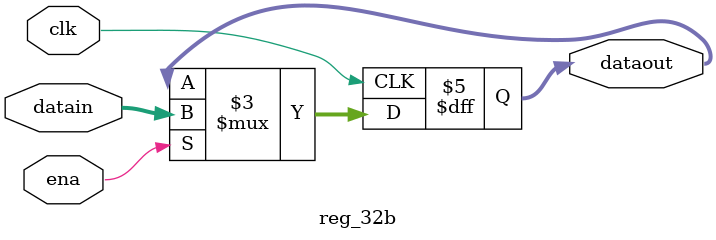
<source format=v>
module registerfile(
	input [4:0] reg1_in,
	input [4:0] reg2_in,
	input [4:0] rw,
	input [31:0] write_data,
	input we, clk,
	output [31:0] reg1_out,
	output [31:0] reg2_out,
	output [31:0] a0,
	output [31:0] v0
);
	
	wire [3:0] dmx_ena;
	dmx_1to4 dmx0(
		.ena(we),
		.sel(rw[4:3]),
		.out(dmx_ena)
	);

	wire [7:0] sel_reg0;
	dmx_1to8 dmx1(
		.ena(dmx_ena[0]),
		.sel(rw[2:0]),
		.out(sel_reg0)
	);

	wire [7:0] sel_reg1;
	dmx_1to8 dmx2(
		.ena(dmx_ena[1]),
		.sel(rw[2:0]),
		.out(sel_reg1)
	);

	wire [7:0] sel_reg2;
	dmx_1to8 dmx3(
		.ena(dmx_ena[2]),
		.sel(rw[2:0]),
		.out(sel_reg2)
	);

	wire [7:0] sel_reg3;
	dmx_1to8 dmx4(
		.ena(dmx_ena[3]),
		.sel(rw[2:0]),
		.out(sel_reg3)
	);

	//Register
	wire [31:0] reg_file [31:0];

	reg_32b reg_file0(.datain(write_data), .ena(sel_reg0[0]), .dataout(reg_file[0]));
	reg_32b reg_file1(.datain(write_data), .clk(clk), .ena(sel_reg0[1]), .dataout(reg_file[1]));
	reg_32b reg_file2(.datain(write_data), .clk(clk), .ena(sel_reg0[2]), .dataout(reg_file[2]));
	reg_32b reg_file3(.datain(write_data), .clk(clk), .ena(sel_reg0[3]), .dataout(reg_file[3]));
	reg_32b reg_file4(.datain(write_data), .clk(clk), .ena(sel_reg0[4]), .dataout(reg_file[4]));
	reg_32b reg_file5(.datain(write_data), .clk(clk), .ena(sel_reg0[5]), .dataout(reg_file[5]));
	reg_32b reg_file6(.datain(write_data), .clk(clk), .ena(sel_reg0[6]), .dataout(reg_file[6]));
	reg_32b reg_file7(.datain(write_data), .clk(clk), .ena(sel_reg0[7]), .dataout(reg_file[7]));

	reg_32b reg_file8(.datain(write_data), .clk(clk), .ena(sel_reg1[0]), .dataout(reg_file[8]));
	reg_32b reg_file9(.datain(write_data), .clk(clk), .ena(sel_reg1[1]), .dataout(reg_file[9]));
	reg_32b reg_file10(.datain(write_data), .clk(clk), .ena(sel_reg1[2]), .dataout(reg_file[10]));
	reg_32b reg_file11(.datain(write_data), .clk(clk), .ena(sel_reg1[3]), .dataout(reg_file[11]));
	reg_32b reg_file12(.datain(write_data), .clk(clk), .ena(sel_reg1[4]), .dataout(reg_file[12]));
	reg_32b reg_file13(.datain(write_data), .clk(clk), .ena(sel_reg1[5]), .dataout(reg_file[13]));
	reg_32b reg_file14(.datain(write_data), .clk(clk), .ena(sel_reg1[6]), .dataout(reg_file[14]));
	reg_32b reg_file15(.datain(write_data), .clk(clk), .ena(sel_reg1[7]), .dataout(reg_file[15]));

	reg_32b reg_file16(.datain(write_data), .clk(clk), .ena(sel_reg2[0]), .dataout(reg_file[16]));
	reg_32b reg_file17(.datain(write_data), .clk(clk), .ena(sel_reg2[1]), .dataout(reg_file[17]));
	reg_32b reg_file18(.datain(write_data), .clk(clk), .ena(sel_reg2[2]), .dataout(reg_file[18]));
	reg_32b reg_file19(.datain(write_data), .clk(clk), .ena(sel_reg2[3]), .dataout(reg_file[19]));
	reg_32b reg_file20(.datain(write_data), .clk(clk), .ena(sel_reg2[4]), .dataout(reg_file[20]));
	reg_32b reg_file21(.datain(write_data), .clk(clk), .ena(sel_reg2[5]), .dataout(reg_file[21]));
	reg_32b reg_file22(.datain(write_data), .clk(clk), .ena(sel_reg2[6]), .dataout(reg_file[22]));
	reg_32b reg_file23(.datain(write_data), .clk(clk), .ena(sel_reg2[7]), .dataout(reg_file[23]));

	reg_32b reg_file24(.datain(write_data), .clk(clk), .ena(sel_reg3[0]), .dataout(reg_file[24]));
	reg_32b reg_file25(.datain(write_data), .clk(clk), .ena(sel_reg3[1]), .dataout(reg_file[25]));
	reg_32b reg_file26(.datain(write_data), .clk(clk), .ena(sel_reg3[2]), .dataout(reg_file[26]));
	reg_32b reg_file27(.datain(write_data), .clk(clk), .ena(sel_reg3[3]), .dataout(reg_file[27]));
	reg_32b reg_file28(.datain(write_data), .clk(clk), .ena(sel_reg3[4]), .dataout(reg_file[28]));
	reg_32b reg_file29(.datain(write_data), .clk(clk), .ena(sel_reg3[5]), .dataout(reg_file[29]));
	reg_32b reg_file30(.datain(write_data), .clk(clk), .ena(sel_reg3[6]), .dataout(reg_file[30]));
	reg_32b reg_file31(.datain(write_data), .clk(clk), .ena(sel_reg3[7]), .dataout(reg_file[31]));
	
	assign reg1_out = reg_file[reg1_in];
	assign reg2_out = reg_file[reg2_in];
	
	assign a0 = reg_file[4];
	assign v0 = reg_file[2];

endmodule

module dmx_1to4 (
	input wire ena,
    	input wire [1:0] sel,
    	output reg [3:0] out
);

    	always @(*) begin
        if (ena) begin
        case (sel)
        	2'b00: out = 4'b0001;
                2'b01: out = 4'b0010;
                2'b10: out = 4'b0100;
                2'b11: out = 4'b1000;
        endcase
        end else begin
            	out = 4'b0000;
        end
    	end

endmodule

module dmx_1to8 (
    	input wire ena,
    	input wire [2:0] sel,
    	output reg [7:0] out
);

    	always @(*) begin
        if (ena) begin
        case (sel)
        	3'b000: out = 8'b00000001;
                3'b001: out = 8'b00000010;
		3'b010: out = 8'b00000100;
		3'b011: out = 8'b00001000;
		3'b100: out = 8'b00010000;
		3'b101: out = 8'b00100000;
		3'b110: out = 8'b01000000;
		3'b111: out = 8'b10000000;
        endcase
        end else begin
        	out = 8'b00000000;
        end
    	end

endmodule

module reg_32b (
    	input wire [31:0] datain,
    	input wire clk, ena,
    	output reg [31:0] dataout
);
	initial begin
		dataout = 32'b0;
	end

	always @(posedge clk) begin
    		if (ena)
        	dataout <= datain;
	end
endmodule

</source>
